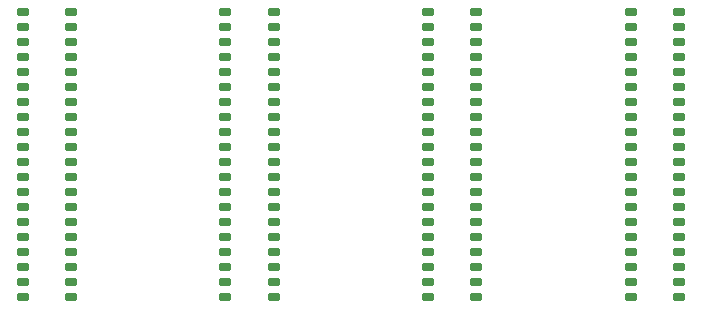
<source format=gbp>
G04 #@! TF.GenerationSoftware,KiCad,Pcbnew,7.0.6-0*
G04 #@! TF.CreationDate,2023-10-14T16:49:42-04:00*
G04 #@! TF.ProjectId,TMU Board,544d5520-426f-4617-9264-2e6b69636164,1*
G04 #@! TF.SameCoordinates,Original*
G04 #@! TF.FileFunction,Paste,Bot*
G04 #@! TF.FilePolarity,Positive*
%FSLAX46Y46*%
G04 Gerber Fmt 4.6, Leading zero omitted, Abs format (unit mm)*
G04 Created by KiCad (PCBNEW 7.0.6-0) date 2023-10-14 16:49:42*
%MOMM*%
%LPD*%
G01*
G04 APERTURE LIST*
G04 Aperture macros list*
%AMRoundRect*
0 Rectangle with rounded corners*
0 $1 Rounding radius*
0 $2 $3 $4 $5 $6 $7 $8 $9 X,Y pos of 4 corners*
0 Add a 4 corners polygon primitive as box body*
4,1,4,$2,$3,$4,$5,$6,$7,$8,$9,$2,$3,0*
0 Add four circle primitives for the rounded corners*
1,1,$1+$1,$2,$3*
1,1,$1+$1,$4,$5*
1,1,$1+$1,$6,$7*
1,1,$1+$1,$8,$9*
0 Add four rect primitives between the rounded corners*
20,1,$1+$1,$2,$3,$4,$5,0*
20,1,$1+$1,$4,$5,$6,$7,0*
20,1,$1+$1,$6,$7,$8,$9,0*
20,1,$1+$1,$8,$9,$2,$3,0*%
G04 Aperture macros list end*
%ADD10RoundRect,0.190000X0.310000X0.190000X-0.310000X0.190000X-0.310000X-0.190000X0.310000X-0.190000X0*%
%ADD11RoundRect,0.190000X-0.310000X-0.190000X0.310000X-0.190000X0.310000X0.190000X-0.310000X0.190000X0*%
G04 APERTURE END LIST*
D10*
X168970000Y-114270000D03*
X168970000Y-113000000D03*
X168970000Y-111730000D03*
X168970000Y-110460000D03*
X168970000Y-109190000D03*
X168970000Y-107920000D03*
X168970000Y-106650000D03*
X168970000Y-105380000D03*
X168970000Y-104110000D03*
X168970000Y-102840000D03*
X168970000Y-101570000D03*
X168970000Y-100300000D03*
X168970000Y-99030000D03*
X168970000Y-97760000D03*
X168970000Y-96490000D03*
X168970000Y-95220000D03*
X168970000Y-93950000D03*
X168970000Y-92680000D03*
X168970000Y-91410000D03*
X168970000Y-90140000D03*
D11*
X164870000Y-90130000D03*
X164870000Y-91400000D03*
X164870000Y-92670000D03*
X164870000Y-93940000D03*
X164870000Y-95210000D03*
X164870000Y-96480000D03*
X164870000Y-97750000D03*
X164870000Y-99020000D03*
X164870000Y-100290000D03*
X164870000Y-101560000D03*
X164870000Y-102830000D03*
X164870000Y-104100000D03*
X164870000Y-105370000D03*
X164870000Y-106640000D03*
X164870000Y-107910000D03*
X164870000Y-109180000D03*
X164870000Y-110450000D03*
X164870000Y-111720000D03*
X164870000Y-112990000D03*
X164870000Y-114260000D03*
D10*
X151810000Y-114270000D03*
X151810000Y-113000000D03*
X151810000Y-111730000D03*
X151810000Y-110460000D03*
X151810000Y-109190000D03*
X151810000Y-107920000D03*
X151810000Y-106650000D03*
X151810000Y-105380000D03*
X151810000Y-104110000D03*
X151810000Y-102840000D03*
X151810000Y-101570000D03*
X151810000Y-100300000D03*
X151810000Y-99030000D03*
X151810000Y-97760000D03*
X151810000Y-96490000D03*
X151810000Y-95220000D03*
X151810000Y-93950000D03*
X151810000Y-92680000D03*
X151810000Y-91410000D03*
X151810000Y-90140000D03*
D11*
X147710000Y-90130000D03*
X147710000Y-91400000D03*
X147710000Y-92670000D03*
X147710000Y-93940000D03*
X147710000Y-95210000D03*
X147710000Y-96480000D03*
X147710000Y-97750000D03*
X147710000Y-99020000D03*
X147710000Y-100290000D03*
X147710000Y-101560000D03*
X147710000Y-102830000D03*
X147710000Y-104100000D03*
X147710000Y-105370000D03*
X147710000Y-106640000D03*
X147710000Y-107910000D03*
X147710000Y-109180000D03*
X147710000Y-110450000D03*
X147710000Y-111720000D03*
X147710000Y-112990000D03*
X147710000Y-114260000D03*
D10*
X117490000Y-114270000D03*
X117490000Y-113000000D03*
X117490000Y-111730000D03*
X117490000Y-110460000D03*
X117490000Y-109190000D03*
X117490000Y-107920000D03*
X117490000Y-106650000D03*
X117490000Y-105380000D03*
X117490000Y-104110000D03*
X117490000Y-102840000D03*
X117490000Y-101570000D03*
X117490000Y-100300000D03*
X117490000Y-99030000D03*
X117490000Y-97760000D03*
X117490000Y-96490000D03*
X117490000Y-95220000D03*
X117490000Y-93950000D03*
X117490000Y-92680000D03*
X117490000Y-91410000D03*
X117490000Y-90140000D03*
D11*
X113390000Y-90130000D03*
X113390000Y-91400000D03*
X113390000Y-92670000D03*
X113390000Y-93940000D03*
X113390000Y-95210000D03*
X113390000Y-96480000D03*
X113390000Y-97750000D03*
X113390000Y-99020000D03*
X113390000Y-100290000D03*
X113390000Y-101560000D03*
X113390000Y-102830000D03*
X113390000Y-104100000D03*
X113390000Y-105370000D03*
X113390000Y-106640000D03*
X113390000Y-107910000D03*
X113390000Y-109180000D03*
X113390000Y-110450000D03*
X113390000Y-111720000D03*
X113390000Y-112990000D03*
X113390000Y-114260000D03*
D10*
X134650000Y-114270000D03*
X134650000Y-113000000D03*
X134650000Y-111730000D03*
X134650000Y-110460000D03*
X134650000Y-109190000D03*
X134650000Y-107920000D03*
X134650000Y-106650000D03*
X134650000Y-105380000D03*
X134650000Y-104110000D03*
X134650000Y-102840000D03*
X134650000Y-101570000D03*
X134650000Y-100300000D03*
X134650000Y-99030000D03*
X134650000Y-97760000D03*
X134650000Y-96490000D03*
X134650000Y-95220000D03*
X134650000Y-93950000D03*
X134650000Y-92680000D03*
X134650000Y-91410000D03*
X134650000Y-90140000D03*
D11*
X130550000Y-90130000D03*
X130550000Y-91400000D03*
X130550000Y-92670000D03*
X130550000Y-93940000D03*
X130550000Y-95210000D03*
X130550000Y-96480000D03*
X130550000Y-97750000D03*
X130550000Y-99020000D03*
X130550000Y-100290000D03*
X130550000Y-101560000D03*
X130550000Y-102830000D03*
X130550000Y-104100000D03*
X130550000Y-105370000D03*
X130550000Y-106640000D03*
X130550000Y-107910000D03*
X130550000Y-109180000D03*
X130550000Y-110450000D03*
X130550000Y-111720000D03*
X130550000Y-112990000D03*
X130550000Y-114260000D03*
M02*

</source>
